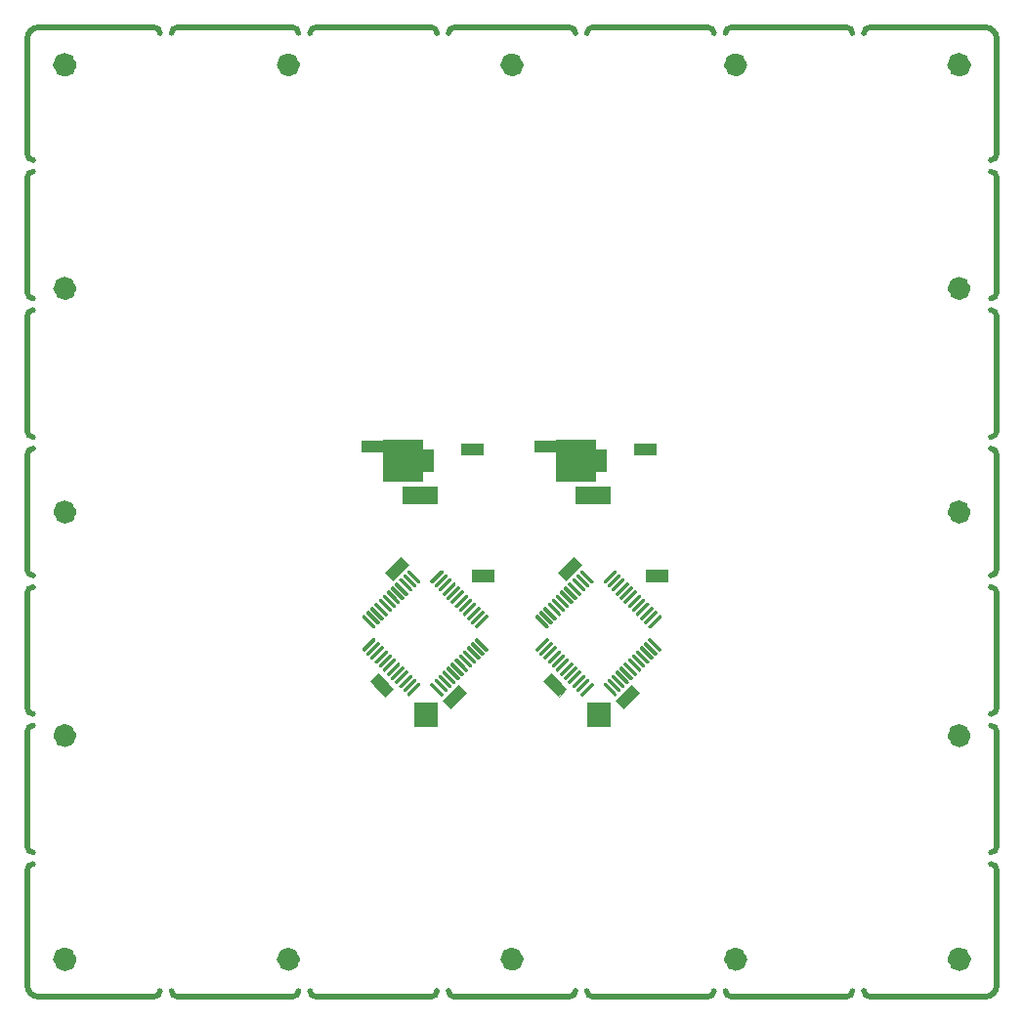
<source format=gbr>
G04 #@! TF.GenerationSoftware,KiCad,Pcbnew,5.1.7*
G04 #@! TF.CreationDate,2020-11-05T20:27:50+01:00*
G04 #@! TF.ProjectId,stencil,7374656e-6369-46c2-9e6b-696361645f70,rev?*
G04 #@! TF.SameCoordinates,Original*
G04 #@! TF.FileFunction,Paste,Bot*
G04 #@! TF.FilePolarity,Positive*
%FSLAX46Y46*%
G04 Gerber Fmt 4.6, Leading zero omitted, Abs format (unit mm)*
G04 Created by KiCad (PCBNEW 5.1.7) date 2020-11-05 20:27:50*
%MOMM*%
%LPD*%
G01*
G04 APERTURE LIST*
%ADD10C,0.100000*%
%ADD11C,1.050000*%
%ADD12C,1.000000*%
%ADD13C,0.500000*%
%ADD14R,0.900000X0.800000*%
%ADD15R,0.600000X0.400000*%
G04 APERTURE END LIST*
D10*
G36*
X57000000Y-87000000D02*
G01*
X55000000Y-87000000D01*
X55000000Y-85000000D01*
X57000000Y-85000000D01*
X57000000Y-87000000D01*
G37*
X57000000Y-87000000D02*
X55000000Y-87000000D01*
X55000000Y-85000000D01*
X57000000Y-85000000D01*
X57000000Y-87000000D01*
G36*
X61930000Y-74470000D02*
G01*
X60070000Y-74470000D01*
X60070000Y-73530000D01*
X61930000Y-73530000D01*
X61930000Y-74470000D01*
G37*
X61930000Y-74470000D02*
X60070000Y-74470000D01*
X60070000Y-73530000D01*
X61930000Y-73530000D01*
X61930000Y-74470000D01*
G36*
X52330000Y-63270000D02*
G01*
X50470000Y-63270000D01*
X50470000Y-62330000D01*
X52330000Y-62330000D01*
X52330000Y-63270000D01*
G37*
X52330000Y-63270000D02*
X50470000Y-63270000D01*
X50470000Y-62330000D01*
X52330000Y-62330000D01*
X52330000Y-63270000D01*
G36*
X55700000Y-65750000D02*
G01*
X52300000Y-65750000D01*
X52300000Y-62250000D01*
X55700000Y-62250000D01*
X55700000Y-65750000D01*
G37*
X55700000Y-65750000D02*
X52300000Y-65750000D01*
X52300000Y-62250000D01*
X55700000Y-62250000D01*
X55700000Y-65750000D01*
G36*
X60930000Y-63470000D02*
G01*
X59070000Y-63470000D01*
X59070000Y-62530000D01*
X60930000Y-62530000D01*
X60930000Y-63470000D01*
G37*
X60930000Y-63470000D02*
X59070000Y-63470000D01*
X59070000Y-62530000D01*
X60930000Y-62530000D01*
X60930000Y-63470000D01*
G36*
X56670000Y-64930000D02*
G01*
X55730000Y-64930000D01*
X55730000Y-63070000D01*
X56670000Y-63070000D01*
X56670000Y-64930000D01*
G37*
X56670000Y-64930000D02*
X55730000Y-64930000D01*
X55730000Y-63070000D01*
X56670000Y-63070000D01*
X56670000Y-64930000D01*
G36*
X59490000Y-84174700D02*
G01*
X58174700Y-85490000D01*
X57510100Y-84825300D01*
X58825300Y-83510100D01*
X59490000Y-84174700D01*
G37*
X59490000Y-84174700D02*
X58174700Y-85490000D01*
X57510100Y-84825300D01*
X58825300Y-83510100D01*
X59490000Y-84174700D01*
G36*
X54490000Y-73074700D02*
G01*
X53174700Y-74390000D01*
X52510100Y-73725300D01*
X53825300Y-72410100D01*
X54490000Y-73074700D01*
G37*
X54490000Y-73074700D02*
X53174700Y-74390000D01*
X52510100Y-73725300D01*
X53825300Y-72410100D01*
X54490000Y-73074700D01*
G36*
X53190000Y-83825300D02*
G01*
X52525300Y-84490000D01*
X51210100Y-83174700D01*
X51874700Y-82510100D01*
X53190000Y-83825300D01*
G37*
X53190000Y-83825300D02*
X52525300Y-84490000D01*
X51210100Y-83174700D01*
X51874700Y-82510100D01*
X53190000Y-83825300D01*
G36*
X56980000Y-67730000D02*
G01*
X54020000Y-67730000D01*
X54020000Y-66270000D01*
X56980000Y-66270000D01*
X56980000Y-67730000D01*
G37*
X56980000Y-67730000D02*
X54020000Y-67730000D01*
X54020000Y-66270000D01*
X56980000Y-66270000D01*
X56980000Y-67730000D01*
G36*
X72000000Y-87000000D02*
G01*
X70000000Y-87000000D01*
X70000000Y-85000000D01*
X72000000Y-85000000D01*
X72000000Y-87000000D01*
G37*
X72000000Y-87000000D02*
X70000000Y-87000000D01*
X70000000Y-85000000D01*
X72000000Y-85000000D01*
X72000000Y-87000000D01*
G36*
X76930000Y-74470000D02*
G01*
X75070000Y-74470000D01*
X75070000Y-73530000D01*
X76930000Y-73530000D01*
X76930000Y-74470000D01*
G37*
X76930000Y-74470000D02*
X75070000Y-74470000D01*
X75070000Y-73530000D01*
X76930000Y-73530000D01*
X76930000Y-74470000D01*
G36*
X67330000Y-63270000D02*
G01*
X65470000Y-63270000D01*
X65470000Y-62330000D01*
X67330000Y-62330000D01*
X67330000Y-63270000D01*
G37*
X67330000Y-63270000D02*
X65470000Y-63270000D01*
X65470000Y-62330000D01*
X67330000Y-62330000D01*
X67330000Y-63270000D01*
G36*
X70700000Y-65750000D02*
G01*
X67300000Y-65750000D01*
X67300000Y-62250000D01*
X70700000Y-62250000D01*
X70700000Y-65750000D01*
G37*
X70700000Y-65750000D02*
X67300000Y-65750000D01*
X67300000Y-62250000D01*
X70700000Y-62250000D01*
X70700000Y-65750000D01*
G36*
X75930000Y-63470000D02*
G01*
X74070000Y-63470000D01*
X74070000Y-62530000D01*
X75930000Y-62530000D01*
X75930000Y-63470000D01*
G37*
X75930000Y-63470000D02*
X74070000Y-63470000D01*
X74070000Y-62530000D01*
X75930000Y-62530000D01*
X75930000Y-63470000D01*
G36*
X71670000Y-64930000D02*
G01*
X70730000Y-64930000D01*
X70730000Y-63070000D01*
X71670000Y-63070000D01*
X71670000Y-64930000D01*
G37*
X71670000Y-64930000D02*
X70730000Y-64930000D01*
X70730000Y-63070000D01*
X71670000Y-63070000D01*
X71670000Y-64930000D01*
G36*
X74490000Y-84174700D02*
G01*
X73174700Y-85490000D01*
X72510100Y-84825300D01*
X73825300Y-83510100D01*
X74490000Y-84174700D01*
G37*
X74490000Y-84174700D02*
X73174700Y-85490000D01*
X72510100Y-84825300D01*
X73825300Y-83510100D01*
X74490000Y-84174700D01*
G36*
X69490000Y-73074700D02*
G01*
X68174700Y-74390000D01*
X67510100Y-73725300D01*
X68825300Y-72410100D01*
X69490000Y-73074700D01*
G37*
X69490000Y-73074700D02*
X68174700Y-74390000D01*
X67510100Y-73725300D01*
X68825300Y-72410100D01*
X69490000Y-73074700D01*
G36*
X68190000Y-83825300D02*
G01*
X67525300Y-84490000D01*
X66210100Y-83174700D01*
X66874700Y-82510100D01*
X68190000Y-83825300D01*
G37*
X68190000Y-83825300D02*
X67525300Y-84490000D01*
X66210100Y-83174700D01*
X66874700Y-82510100D01*
X68190000Y-83825300D01*
G36*
X71980000Y-67730000D02*
G01*
X69020000Y-67730000D01*
X69020000Y-66270000D01*
X71980000Y-66270000D01*
X71980000Y-67730000D01*
G37*
X71980000Y-67730000D02*
X69020000Y-67730000D01*
X69020000Y-66270000D01*
X71980000Y-66270000D01*
X71980000Y-67730000D01*
D11*
X25275109Y-107250031D02*
G75*
G03*
X25275109Y-107250031I-525000J0D01*
G01*
X102775109Y-107250031D02*
G75*
G03*
X102775109Y-107250031I-525000J0D01*
G01*
X102775109Y-29750031D02*
G75*
G03*
X102775109Y-29750031I-525000J0D01*
G01*
X25275109Y-29750031D02*
G75*
G03*
X25275109Y-29750031I-525000J0D01*
G01*
D12*
X102750109Y-87875031D02*
G75*
G03*
X102750109Y-87875031I-500000J0D01*
G01*
X25250109Y-87875031D02*
G75*
G03*
X25250109Y-87875031I-500000J0D01*
G01*
X102750109Y-68500031D02*
G75*
G03*
X102750109Y-68500031I-500000J0D01*
G01*
X25250109Y-68500031D02*
G75*
G03*
X25250109Y-68500031I-500000J0D01*
G01*
X102750109Y-49125031D02*
G75*
G03*
X102750109Y-49125031I-500000J0D01*
G01*
X25250109Y-49125031D02*
G75*
G03*
X25250109Y-49125031I-500000J0D01*
G01*
X83375109Y-107250031D02*
G75*
G03*
X83375109Y-107250031I-500000J0D01*
G01*
X83375109Y-29750031D02*
G75*
G03*
X83375109Y-29750031I-500000J0D01*
G01*
X64000109Y-107250031D02*
G75*
G03*
X64000109Y-107250031I-500000J0D01*
G01*
X64000109Y-29750031D02*
G75*
G03*
X64000109Y-29750031I-500000J0D01*
G01*
X44625109Y-107250031D02*
G75*
G03*
X44625109Y-107250031I-500000J0D01*
G01*
X44625109Y-29750031D02*
G75*
G03*
X44625109Y-29750031I-500000J0D01*
G01*
D13*
X105000109Y-99000031D02*
G75*
G02*
X105500109Y-99500031I0J-500000D01*
G01*
X105500109Y-99500031D02*
X105500109Y-109500031D01*
X22000109Y-99000031D02*
G75*
G03*
X21500109Y-99500031I0J-500000D01*
G01*
X21500109Y-99500031D02*
X21500109Y-109500031D01*
X105000109Y-98000031D02*
G75*
G03*
X105500109Y-97500031I0J500000D01*
G01*
X105000109Y-87000031D02*
G75*
G02*
X105500109Y-87500031I0J-500000D01*
G01*
X105500109Y-87500031D02*
X105500109Y-97500031D01*
X22000109Y-98000031D02*
G75*
G02*
X21500109Y-97500031I0J500000D01*
G01*
X22000109Y-87000031D02*
G75*
G03*
X21500109Y-87500031I0J-500000D01*
G01*
X21500109Y-87500031D02*
X21500109Y-97500031D01*
X105000109Y-86000031D02*
G75*
G03*
X105500109Y-85500031I0J500000D01*
G01*
X105000109Y-75000031D02*
G75*
G02*
X105500109Y-75500031I0J-500000D01*
G01*
X105500109Y-75500031D02*
X105500109Y-85500031D01*
X22000109Y-86000031D02*
G75*
G02*
X21500109Y-85500031I0J500000D01*
G01*
X22000109Y-75000031D02*
G75*
G03*
X21500109Y-75500031I0J-500000D01*
G01*
X21500109Y-75500031D02*
X21500109Y-85500031D01*
X105000109Y-74000031D02*
G75*
G03*
X105500109Y-73500031I0J500000D01*
G01*
X105000109Y-63000031D02*
G75*
G02*
X105500109Y-63500031I0J-500000D01*
G01*
X105500109Y-63500031D02*
X105500109Y-73500031D01*
X22000109Y-74000031D02*
G75*
G02*
X21500109Y-73500031I0J500000D01*
G01*
X22000109Y-63000031D02*
G75*
G03*
X21500109Y-63500031I0J-500000D01*
G01*
X21500109Y-63500031D02*
X21500109Y-73500031D01*
X105000109Y-62000031D02*
G75*
G03*
X105500109Y-61500031I0J500000D01*
G01*
X105000109Y-51000031D02*
G75*
G02*
X105500109Y-51500031I0J-500000D01*
G01*
X105500109Y-51500031D02*
X105500109Y-61500031D01*
X22000109Y-62000031D02*
G75*
G02*
X21500109Y-61500031I0J500000D01*
G01*
X22000109Y-51000031D02*
G75*
G03*
X21500109Y-51500031I0J-500000D01*
G01*
X21500109Y-51500031D02*
X21500109Y-61500031D01*
X105000109Y-50000031D02*
G75*
G03*
X105500109Y-49500031I0J500000D01*
G01*
X105000109Y-39000031D02*
G75*
G02*
X105500109Y-39500031I0J-500000D01*
G01*
X105500109Y-39500031D02*
X105500109Y-49500031D01*
X22000109Y-50000031D02*
G75*
G02*
X21500109Y-49500031I0J500000D01*
G01*
X22000109Y-39000031D02*
G75*
G03*
X21500109Y-39500031I0J-500000D01*
G01*
X21500109Y-39500031D02*
X21500109Y-49500031D01*
X105000109Y-38000031D02*
G75*
G03*
X105500109Y-37500031I0J500000D01*
G01*
X105500109Y-27500031D02*
X105500109Y-37500031D01*
X22000109Y-38000031D02*
G75*
G02*
X21500109Y-37500031I0J500000D01*
G01*
X21500109Y-27500031D02*
X21500109Y-37500031D01*
X94000109Y-110000031D02*
G75*
G03*
X94500109Y-110500031I500000J0D01*
G01*
X94500109Y-110500031D02*
X104500109Y-110500031D01*
X94000109Y-27000031D02*
G75*
G02*
X94500109Y-26500031I500000J0D01*
G01*
X94500109Y-26500031D02*
X104500109Y-26500031D01*
X93000109Y-110000031D02*
G75*
G02*
X92500109Y-110500031I-500000J0D01*
G01*
X82000109Y-110000031D02*
G75*
G03*
X82500109Y-110500031I500000J0D01*
G01*
X82500109Y-110500031D02*
X92500109Y-110500031D01*
X93000109Y-27000031D02*
G75*
G03*
X92500109Y-26500031I-500000J0D01*
G01*
X82000109Y-27000031D02*
G75*
G02*
X82500109Y-26500031I500000J0D01*
G01*
X82500109Y-26500031D02*
X92500109Y-26500031D01*
X81000109Y-110000031D02*
G75*
G02*
X80500109Y-110500031I-500000J0D01*
G01*
X70000109Y-110000031D02*
G75*
G03*
X70500109Y-110500031I500000J0D01*
G01*
X70500109Y-110500031D02*
X80500109Y-110500031D01*
X81000109Y-27000031D02*
G75*
G03*
X80500109Y-26500031I-500000J0D01*
G01*
X70000109Y-27000031D02*
G75*
G02*
X70500109Y-26500031I500000J0D01*
G01*
X70500109Y-26500031D02*
X80500109Y-26500031D01*
X69000109Y-110000031D02*
G75*
G02*
X68500109Y-110500031I-500000J0D01*
G01*
X58000109Y-110000031D02*
G75*
G03*
X58500109Y-110500031I500000J0D01*
G01*
X58500109Y-110500031D02*
X68500109Y-110500031D01*
X69000109Y-27000031D02*
G75*
G03*
X68500109Y-26500031I-500000J0D01*
G01*
X58000109Y-27000031D02*
G75*
G02*
X58500109Y-26500031I500000J0D01*
G01*
X58500109Y-26500031D02*
X68500109Y-26500031D01*
X57000109Y-110000031D02*
G75*
G02*
X56500109Y-110500031I-500000J0D01*
G01*
X46000109Y-110000031D02*
G75*
G03*
X46500109Y-110500031I500000J0D01*
G01*
X46500109Y-110500031D02*
X56500109Y-110500031D01*
X57000109Y-27000031D02*
G75*
G03*
X56500109Y-26500031I-500000J0D01*
G01*
X46000109Y-27000031D02*
G75*
G02*
X46500109Y-26500031I500000J0D01*
G01*
X46500109Y-26500031D02*
X56500109Y-26500031D01*
X45000109Y-110000031D02*
G75*
G02*
X44500109Y-110500031I-500000J0D01*
G01*
X34000109Y-110000031D02*
G75*
G03*
X34500109Y-110500031I500000J0D01*
G01*
X34500109Y-110500031D02*
X44500109Y-110500031D01*
X45000109Y-27000031D02*
G75*
G03*
X44500109Y-26500031I-500000J0D01*
G01*
X34000109Y-27000031D02*
G75*
G02*
X34500109Y-26500031I500000J0D01*
G01*
X34500109Y-26500031D02*
X44500109Y-26500031D01*
X33000109Y-110000031D02*
G75*
G02*
X32500109Y-110500031I-500000J0D01*
G01*
X22500109Y-110500031D02*
X32500109Y-110500031D01*
X33000109Y-27000031D02*
G75*
G03*
X32500109Y-26500031I-500000J0D01*
G01*
X22500109Y-26500031D02*
X32500109Y-26500031D01*
X22500109Y-110500031D02*
G75*
G02*
X21500109Y-109500031I0J1000000D01*
G01*
X105500109Y-109500031D02*
G75*
G02*
X104500109Y-110500031I-1000000J0D01*
G01*
X104500109Y-26500031D02*
G75*
G02*
X105500109Y-27500031I0J-1000000D01*
G01*
X21500109Y-27500031D02*
G75*
G02*
X22500109Y-26500031I1000000J0D01*
G01*
G04 #@! TO.C,C1*
G36*
G01*
X69275018Y-67256251D02*
X69275018Y-66743751D01*
G75*
G02*
X69493768Y-66525001I218750J0D01*
G01*
X69931268Y-66525001D01*
G75*
G02*
X70150018Y-66743751I0J-218750D01*
G01*
X70150018Y-67256251D01*
G75*
G02*
X69931268Y-67475001I-218750J0D01*
G01*
X69493768Y-67475001D01*
G75*
G02*
X69275018Y-67256251I0J218750D01*
G01*
G37*
G36*
G01*
X70850018Y-67256251D02*
X70850018Y-66743751D01*
G75*
G02*
X71068768Y-66525001I218750J0D01*
G01*
X71506268Y-66525001D01*
G75*
G02*
X71725018Y-66743751I0J-218750D01*
G01*
X71725018Y-67256251D01*
G75*
G02*
X71506268Y-67475001I-218750J0D01*
G01*
X71068768Y-67475001D01*
G75*
G02*
X70850018Y-67256251I0J218750D01*
G01*
G37*
G04 #@! TD*
G04 #@! TO.C,C2*
G36*
G01*
X66526499Y-83070434D02*
X66770451Y-82826482D01*
G75*
G02*
X66979047Y-82826482I104298J-104298D01*
G01*
X67187643Y-83035078D01*
G75*
G02*
X67187643Y-83243674I-104298J-104298D01*
G01*
X66943691Y-83487626D01*
G75*
G02*
X66735095Y-83487626I-104298J104298D01*
G01*
X66526499Y-83279030D01*
G75*
G02*
X66526499Y-83070434I104298J104298D01*
G01*
G37*
G36*
G01*
X67212393Y-83756328D02*
X67456345Y-83512376D01*
G75*
G02*
X67664941Y-83512376I104298J-104298D01*
G01*
X67873537Y-83720972D01*
G75*
G02*
X67873537Y-83929568I-104298J-104298D01*
G01*
X67629585Y-84173520D01*
G75*
G02*
X67420989Y-84173520I-104298J104298D01*
G01*
X67212393Y-83964924D01*
G75*
G02*
X67212393Y-83756328I104298J104298D01*
G01*
G37*
G04 #@! TD*
G04 #@! TO.C,C3*
G36*
G01*
X68243691Y-73412376D02*
X68487643Y-73656328D01*
G75*
G02*
X68487643Y-73864924I-104298J-104298D01*
G01*
X68279047Y-74073520D01*
G75*
G02*
X68070451Y-74073520I-104298J104298D01*
G01*
X67826499Y-73829568D01*
G75*
G02*
X67826499Y-73620972I104298J104298D01*
G01*
X68035095Y-73412376D01*
G75*
G02*
X68243691Y-73412376I104298J-104298D01*
G01*
G37*
G36*
G01*
X68929585Y-72726482D02*
X69173537Y-72970434D01*
G75*
G02*
X69173537Y-73179030I-104298J-104298D01*
G01*
X68964941Y-73387626D01*
G75*
G02*
X68756345Y-73387626I-104298J104298D01*
G01*
X68512393Y-73143674D01*
G75*
G02*
X68512393Y-72935078I104298J104298D01*
G01*
X68720989Y-72726482D01*
G75*
G02*
X68929585Y-72726482I104298J-104298D01*
G01*
G37*
G04 #@! TD*
G04 #@! TO.C,C5*
G36*
G01*
X73756345Y-84487626D02*
X73512393Y-84243674D01*
G75*
G02*
X73512393Y-84035078I104298J104298D01*
G01*
X73720989Y-83826482D01*
G75*
G02*
X73929585Y-83826482I104298J-104298D01*
G01*
X74173537Y-84070434D01*
G75*
G02*
X74173537Y-84279030I-104298J-104298D01*
G01*
X73964941Y-84487626D01*
G75*
G02*
X73756345Y-84487626I-104298J104298D01*
G01*
G37*
G36*
G01*
X73070451Y-85173520D02*
X72826499Y-84929568D01*
G75*
G02*
X72826499Y-84720972I104298J104298D01*
G01*
X73035095Y-84512376D01*
G75*
G02*
X73243691Y-84512376I104298J-104298D01*
G01*
X73487643Y-84756328D01*
G75*
G02*
X73487643Y-84964924I-104298J-104298D01*
G01*
X73279047Y-85173520D01*
G75*
G02*
X73070451Y-85173520I-104298J104298D01*
G01*
G37*
G04 #@! TD*
G04 #@! TO.C,C7*
G36*
G01*
X71372518Y-63810001D02*
X71027518Y-63810001D01*
G75*
G02*
X70880018Y-63662501I0J147500D01*
G01*
X70880018Y-63367501D01*
G75*
G02*
X71027518Y-63220001I147500J0D01*
G01*
X71372518Y-63220001D01*
G75*
G02*
X71520018Y-63367501I0J-147500D01*
G01*
X71520018Y-63662501D01*
G75*
G02*
X71372518Y-63810001I-147500J0D01*
G01*
G37*
G36*
G01*
X71372518Y-64780001D02*
X71027518Y-64780001D01*
G75*
G02*
X70880018Y-64632501I0J147500D01*
G01*
X70880018Y-64337501D01*
G75*
G02*
X71027518Y-64190001I147500J0D01*
G01*
X71372518Y-64190001D01*
G75*
G02*
X71520018Y-64337501I0J-147500D01*
G01*
X71520018Y-64632501D01*
G75*
G02*
X71372518Y-64780001I-147500J0D01*
G01*
G37*
G04 #@! TD*
G04 #@! TO.C,R1*
G36*
G01*
X74220018Y-63172501D02*
X74220018Y-62827501D01*
G75*
G02*
X74367518Y-62680001I147500J0D01*
G01*
X74662518Y-62680001D01*
G75*
G02*
X74810018Y-62827501I0J-147500D01*
G01*
X74810018Y-63172501D01*
G75*
G02*
X74662518Y-63320001I-147500J0D01*
G01*
X74367518Y-63320001D01*
G75*
G02*
X74220018Y-63172501I0J147500D01*
G01*
G37*
G36*
G01*
X75190018Y-63172501D02*
X75190018Y-62827501D01*
G75*
G02*
X75337518Y-62680001I147500J0D01*
G01*
X75632518Y-62680001D01*
G75*
G02*
X75780018Y-62827501I0J-147500D01*
G01*
X75780018Y-63172501D01*
G75*
G02*
X75632518Y-63320001I-147500J0D01*
G01*
X75337518Y-63320001D01*
G75*
G02*
X75190018Y-63172501I0J147500D01*
G01*
G37*
G04 #@! TD*
D14*
G04 #@! TO.C,U1*
X68000018Y-64000001D03*
X70000018Y-64950001D03*
X70000018Y-63050001D03*
G04 #@! TD*
G04 #@! TO.C,U2*
G36*
G01*
X69532772Y-84462401D02*
X69426706Y-84356335D01*
G75*
G02*
X69426706Y-84250269I53033J53033D01*
G01*
X70363622Y-83313353D01*
G75*
G02*
X70469688Y-83313353I53033J-53033D01*
G01*
X70575754Y-83419419D01*
G75*
G02*
X70575754Y-83525485I-53033J-53033D01*
G01*
X69638838Y-84462401D01*
G75*
G02*
X69532772Y-84462401I-53033J53033D01*
G01*
G37*
G36*
G01*
X69179218Y-84108847D02*
X69073152Y-84002781D01*
G75*
G02*
X69073152Y-83896715I53033J53033D01*
G01*
X70010068Y-82959799D01*
G75*
G02*
X70116134Y-82959799I53033J-53033D01*
G01*
X70222200Y-83065865D01*
G75*
G02*
X70222200Y-83171931I-53033J-53033D01*
G01*
X69285284Y-84108847D01*
G75*
G02*
X69179218Y-84108847I-53033J53033D01*
G01*
G37*
G36*
G01*
X68825665Y-83755294D02*
X68719599Y-83649228D01*
G75*
G02*
X68719599Y-83543162I53033J53033D01*
G01*
X69656515Y-82606246D01*
G75*
G02*
X69762581Y-82606246I53033J-53033D01*
G01*
X69868647Y-82712312D01*
G75*
G02*
X69868647Y-82818378I-53033J-53033D01*
G01*
X68931731Y-83755294D01*
G75*
G02*
X68825665Y-83755294I-53033J53033D01*
G01*
G37*
G36*
G01*
X68472111Y-83401740D02*
X68366045Y-83295674D01*
G75*
G02*
X68366045Y-83189608I53033J53033D01*
G01*
X69302961Y-82252692D01*
G75*
G02*
X69409027Y-82252692I53033J-53033D01*
G01*
X69515093Y-82358758D01*
G75*
G02*
X69515093Y-82464824I-53033J-53033D01*
G01*
X68578177Y-83401740D01*
G75*
G02*
X68472111Y-83401740I-53033J53033D01*
G01*
G37*
G36*
G01*
X68118558Y-83048187D02*
X68012492Y-82942121D01*
G75*
G02*
X68012492Y-82836055I53033J53033D01*
G01*
X68949408Y-81899139D01*
G75*
G02*
X69055474Y-81899139I53033J-53033D01*
G01*
X69161540Y-82005205D01*
G75*
G02*
X69161540Y-82111271I-53033J-53033D01*
G01*
X68224624Y-83048187D01*
G75*
G02*
X68118558Y-83048187I-53033J53033D01*
G01*
G37*
G36*
G01*
X67765005Y-82694634D02*
X67658939Y-82588568D01*
G75*
G02*
X67658939Y-82482502I53033J53033D01*
G01*
X68595855Y-81545586D01*
G75*
G02*
X68701921Y-81545586I53033J-53033D01*
G01*
X68807987Y-81651652D01*
G75*
G02*
X68807987Y-81757718I-53033J-53033D01*
G01*
X67871071Y-82694634D01*
G75*
G02*
X67765005Y-82694634I-53033J53033D01*
G01*
G37*
G36*
G01*
X67411451Y-82341080D02*
X67305385Y-82235014D01*
G75*
G02*
X67305385Y-82128948I53033J53033D01*
G01*
X68242301Y-81192032D01*
G75*
G02*
X68348367Y-81192032I53033J-53033D01*
G01*
X68454433Y-81298098D01*
G75*
G02*
X68454433Y-81404164I-53033J-53033D01*
G01*
X67517517Y-82341080D01*
G75*
G02*
X67411451Y-82341080I-53033J53033D01*
G01*
G37*
G36*
G01*
X67057898Y-81987527D02*
X66951832Y-81881461D01*
G75*
G02*
X66951832Y-81775395I53033J53033D01*
G01*
X67888748Y-80838479D01*
G75*
G02*
X67994814Y-80838479I53033J-53033D01*
G01*
X68100880Y-80944545D01*
G75*
G02*
X68100880Y-81050611I-53033J-53033D01*
G01*
X67163964Y-81987527D01*
G75*
G02*
X67057898Y-81987527I-53033J53033D01*
G01*
G37*
G36*
G01*
X66704345Y-81633974D02*
X66598279Y-81527908D01*
G75*
G02*
X66598279Y-81421842I53033J53033D01*
G01*
X67535195Y-80484926D01*
G75*
G02*
X67641261Y-80484926I53033J-53033D01*
G01*
X67747327Y-80590992D01*
G75*
G02*
X67747327Y-80697058I-53033J-53033D01*
G01*
X66810411Y-81633974D01*
G75*
G02*
X66704345Y-81633974I-53033J53033D01*
G01*
G37*
G36*
G01*
X66350791Y-81280420D02*
X66244725Y-81174354D01*
G75*
G02*
X66244725Y-81068288I53033J53033D01*
G01*
X67181641Y-80131372D01*
G75*
G02*
X67287707Y-80131372I53033J-53033D01*
G01*
X67393773Y-80237438D01*
G75*
G02*
X67393773Y-80343504I-53033J-53033D01*
G01*
X66456857Y-81280420D01*
G75*
G02*
X66350791Y-81280420I-53033J53033D01*
G01*
G37*
G36*
G01*
X65997238Y-80926867D02*
X65891172Y-80820801D01*
G75*
G02*
X65891172Y-80714735I53033J53033D01*
G01*
X66828088Y-79777819D01*
G75*
G02*
X66934154Y-79777819I53033J-53033D01*
G01*
X67040220Y-79883885D01*
G75*
G02*
X67040220Y-79989951I-53033J-53033D01*
G01*
X66103304Y-80926867D01*
G75*
G02*
X65997238Y-80926867I-53033J53033D01*
G01*
G37*
G36*
G01*
X65643684Y-80573313D02*
X65537618Y-80467247D01*
G75*
G02*
X65537618Y-80361181I53033J53033D01*
G01*
X66474534Y-79424265D01*
G75*
G02*
X66580600Y-79424265I53033J-53033D01*
G01*
X66686666Y-79530331D01*
G75*
G02*
X66686666Y-79636397I-53033J-53033D01*
G01*
X65749750Y-80573313D01*
G75*
G02*
X65643684Y-80573313I-53033J53033D01*
G01*
G37*
G36*
G01*
X66474534Y-78575737D02*
X65537618Y-77638821D01*
G75*
G02*
X65537618Y-77532755I53033J53033D01*
G01*
X65643684Y-77426689D01*
G75*
G02*
X65749750Y-77426689I53033J-53033D01*
G01*
X66686666Y-78363605D01*
G75*
G02*
X66686666Y-78469671I-53033J-53033D01*
G01*
X66580600Y-78575737D01*
G75*
G02*
X66474534Y-78575737I-53033J53033D01*
G01*
G37*
G36*
G01*
X66828088Y-78222183D02*
X65891172Y-77285267D01*
G75*
G02*
X65891172Y-77179201I53033J53033D01*
G01*
X65997238Y-77073135D01*
G75*
G02*
X66103304Y-77073135I53033J-53033D01*
G01*
X67040220Y-78010051D01*
G75*
G02*
X67040220Y-78116117I-53033J-53033D01*
G01*
X66934154Y-78222183D01*
G75*
G02*
X66828088Y-78222183I-53033J53033D01*
G01*
G37*
G36*
G01*
X67181641Y-77868630D02*
X66244725Y-76931714D01*
G75*
G02*
X66244725Y-76825648I53033J53033D01*
G01*
X66350791Y-76719582D01*
G75*
G02*
X66456857Y-76719582I53033J-53033D01*
G01*
X67393773Y-77656498D01*
G75*
G02*
X67393773Y-77762564I-53033J-53033D01*
G01*
X67287707Y-77868630D01*
G75*
G02*
X67181641Y-77868630I-53033J53033D01*
G01*
G37*
G36*
G01*
X67535195Y-77515076D02*
X66598279Y-76578160D01*
G75*
G02*
X66598279Y-76472094I53033J53033D01*
G01*
X66704345Y-76366028D01*
G75*
G02*
X66810411Y-76366028I53033J-53033D01*
G01*
X67747327Y-77302944D01*
G75*
G02*
X67747327Y-77409010I-53033J-53033D01*
G01*
X67641261Y-77515076D01*
G75*
G02*
X67535195Y-77515076I-53033J53033D01*
G01*
G37*
G36*
G01*
X67888748Y-77161523D02*
X66951832Y-76224607D01*
G75*
G02*
X66951832Y-76118541I53033J53033D01*
G01*
X67057898Y-76012475D01*
G75*
G02*
X67163964Y-76012475I53033J-53033D01*
G01*
X68100880Y-76949391D01*
G75*
G02*
X68100880Y-77055457I-53033J-53033D01*
G01*
X67994814Y-77161523D01*
G75*
G02*
X67888748Y-77161523I-53033J53033D01*
G01*
G37*
G36*
G01*
X68242301Y-76807970D02*
X67305385Y-75871054D01*
G75*
G02*
X67305385Y-75764988I53033J53033D01*
G01*
X67411451Y-75658922D01*
G75*
G02*
X67517517Y-75658922I53033J-53033D01*
G01*
X68454433Y-76595838D01*
G75*
G02*
X68454433Y-76701904I-53033J-53033D01*
G01*
X68348367Y-76807970D01*
G75*
G02*
X68242301Y-76807970I-53033J53033D01*
G01*
G37*
G36*
G01*
X68595855Y-76454416D02*
X67658939Y-75517500D01*
G75*
G02*
X67658939Y-75411434I53033J53033D01*
G01*
X67765005Y-75305368D01*
G75*
G02*
X67871071Y-75305368I53033J-53033D01*
G01*
X68807987Y-76242284D01*
G75*
G02*
X68807987Y-76348350I-53033J-53033D01*
G01*
X68701921Y-76454416D01*
G75*
G02*
X68595855Y-76454416I-53033J53033D01*
G01*
G37*
G36*
G01*
X68949408Y-76100863D02*
X68012492Y-75163947D01*
G75*
G02*
X68012492Y-75057881I53033J53033D01*
G01*
X68118558Y-74951815D01*
G75*
G02*
X68224624Y-74951815I53033J-53033D01*
G01*
X69161540Y-75888731D01*
G75*
G02*
X69161540Y-75994797I-53033J-53033D01*
G01*
X69055474Y-76100863D01*
G75*
G02*
X68949408Y-76100863I-53033J53033D01*
G01*
G37*
G36*
G01*
X69302961Y-75747310D02*
X68366045Y-74810394D01*
G75*
G02*
X68366045Y-74704328I53033J53033D01*
G01*
X68472111Y-74598262D01*
G75*
G02*
X68578177Y-74598262I53033J-53033D01*
G01*
X69515093Y-75535178D01*
G75*
G02*
X69515093Y-75641244I-53033J-53033D01*
G01*
X69409027Y-75747310D01*
G75*
G02*
X69302961Y-75747310I-53033J53033D01*
G01*
G37*
G36*
G01*
X69656515Y-75393756D02*
X68719599Y-74456840D01*
G75*
G02*
X68719599Y-74350774I53033J53033D01*
G01*
X68825665Y-74244708D01*
G75*
G02*
X68931731Y-74244708I53033J-53033D01*
G01*
X69868647Y-75181624D01*
G75*
G02*
X69868647Y-75287690I-53033J-53033D01*
G01*
X69762581Y-75393756D01*
G75*
G02*
X69656515Y-75393756I-53033J53033D01*
G01*
G37*
G36*
G01*
X70010068Y-75040203D02*
X69073152Y-74103287D01*
G75*
G02*
X69073152Y-73997221I53033J53033D01*
G01*
X69179218Y-73891155D01*
G75*
G02*
X69285284Y-73891155I53033J-53033D01*
G01*
X70222200Y-74828071D01*
G75*
G02*
X70222200Y-74934137I-53033J-53033D01*
G01*
X70116134Y-75040203D01*
G75*
G02*
X70010068Y-75040203I-53033J53033D01*
G01*
G37*
G36*
G01*
X70363622Y-74686649D02*
X69426706Y-73749733D01*
G75*
G02*
X69426706Y-73643667I53033J53033D01*
G01*
X69532772Y-73537601D01*
G75*
G02*
X69638838Y-73537601I53033J-53033D01*
G01*
X70575754Y-74474517D01*
G75*
G02*
X70575754Y-74580583I-53033J-53033D01*
G01*
X70469688Y-74686649D01*
G75*
G02*
X70363622Y-74686649I-53033J53033D01*
G01*
G37*
G36*
G01*
X71530348Y-74686649D02*
X71424282Y-74580583D01*
G75*
G02*
X71424282Y-74474517I53033J53033D01*
G01*
X72361198Y-73537601D01*
G75*
G02*
X72467264Y-73537601I53033J-53033D01*
G01*
X72573330Y-73643667D01*
G75*
G02*
X72573330Y-73749733I-53033J-53033D01*
G01*
X71636414Y-74686649D01*
G75*
G02*
X71530348Y-74686649I-53033J53033D01*
G01*
G37*
G36*
G01*
X71883902Y-75040203D02*
X71777836Y-74934137D01*
G75*
G02*
X71777836Y-74828071I53033J53033D01*
G01*
X72714752Y-73891155D01*
G75*
G02*
X72820818Y-73891155I53033J-53033D01*
G01*
X72926884Y-73997221D01*
G75*
G02*
X72926884Y-74103287I-53033J-53033D01*
G01*
X71989968Y-75040203D01*
G75*
G02*
X71883902Y-75040203I-53033J53033D01*
G01*
G37*
G36*
G01*
X72237455Y-75393756D02*
X72131389Y-75287690D01*
G75*
G02*
X72131389Y-75181624I53033J53033D01*
G01*
X73068305Y-74244708D01*
G75*
G02*
X73174371Y-74244708I53033J-53033D01*
G01*
X73280437Y-74350774D01*
G75*
G02*
X73280437Y-74456840I-53033J-53033D01*
G01*
X72343521Y-75393756D01*
G75*
G02*
X72237455Y-75393756I-53033J53033D01*
G01*
G37*
G36*
G01*
X72591009Y-75747310D02*
X72484943Y-75641244D01*
G75*
G02*
X72484943Y-75535178I53033J53033D01*
G01*
X73421859Y-74598262D01*
G75*
G02*
X73527925Y-74598262I53033J-53033D01*
G01*
X73633991Y-74704328D01*
G75*
G02*
X73633991Y-74810394I-53033J-53033D01*
G01*
X72697075Y-75747310D01*
G75*
G02*
X72591009Y-75747310I-53033J53033D01*
G01*
G37*
G36*
G01*
X72944562Y-76100863D02*
X72838496Y-75994797D01*
G75*
G02*
X72838496Y-75888731I53033J53033D01*
G01*
X73775412Y-74951815D01*
G75*
G02*
X73881478Y-74951815I53033J-53033D01*
G01*
X73987544Y-75057881D01*
G75*
G02*
X73987544Y-75163947I-53033J-53033D01*
G01*
X73050628Y-76100863D01*
G75*
G02*
X72944562Y-76100863I-53033J53033D01*
G01*
G37*
G36*
G01*
X73298115Y-76454416D02*
X73192049Y-76348350D01*
G75*
G02*
X73192049Y-76242284I53033J53033D01*
G01*
X74128965Y-75305368D01*
G75*
G02*
X74235031Y-75305368I53033J-53033D01*
G01*
X74341097Y-75411434D01*
G75*
G02*
X74341097Y-75517500I-53033J-53033D01*
G01*
X73404181Y-76454416D01*
G75*
G02*
X73298115Y-76454416I-53033J53033D01*
G01*
G37*
G36*
G01*
X73651669Y-76807970D02*
X73545603Y-76701904D01*
G75*
G02*
X73545603Y-76595838I53033J53033D01*
G01*
X74482519Y-75658922D01*
G75*
G02*
X74588585Y-75658922I53033J-53033D01*
G01*
X74694651Y-75764988D01*
G75*
G02*
X74694651Y-75871054I-53033J-53033D01*
G01*
X73757735Y-76807970D01*
G75*
G02*
X73651669Y-76807970I-53033J53033D01*
G01*
G37*
G36*
G01*
X74005222Y-77161523D02*
X73899156Y-77055457D01*
G75*
G02*
X73899156Y-76949391I53033J53033D01*
G01*
X74836072Y-76012475D01*
G75*
G02*
X74942138Y-76012475I53033J-53033D01*
G01*
X75048204Y-76118541D01*
G75*
G02*
X75048204Y-76224607I-53033J-53033D01*
G01*
X74111288Y-77161523D01*
G75*
G02*
X74005222Y-77161523I-53033J53033D01*
G01*
G37*
G36*
G01*
X74358775Y-77515076D02*
X74252709Y-77409010D01*
G75*
G02*
X74252709Y-77302944I53033J53033D01*
G01*
X75189625Y-76366028D01*
G75*
G02*
X75295691Y-76366028I53033J-53033D01*
G01*
X75401757Y-76472094D01*
G75*
G02*
X75401757Y-76578160I-53033J-53033D01*
G01*
X74464841Y-77515076D01*
G75*
G02*
X74358775Y-77515076I-53033J53033D01*
G01*
G37*
G36*
G01*
X74712329Y-77868630D02*
X74606263Y-77762564D01*
G75*
G02*
X74606263Y-77656498I53033J53033D01*
G01*
X75543179Y-76719582D01*
G75*
G02*
X75649245Y-76719582I53033J-53033D01*
G01*
X75755311Y-76825648D01*
G75*
G02*
X75755311Y-76931714I-53033J-53033D01*
G01*
X74818395Y-77868630D01*
G75*
G02*
X74712329Y-77868630I-53033J53033D01*
G01*
G37*
G36*
G01*
X75065882Y-78222183D02*
X74959816Y-78116117D01*
G75*
G02*
X74959816Y-78010051I53033J53033D01*
G01*
X75896732Y-77073135D01*
G75*
G02*
X76002798Y-77073135I53033J-53033D01*
G01*
X76108864Y-77179201D01*
G75*
G02*
X76108864Y-77285267I-53033J-53033D01*
G01*
X75171948Y-78222183D01*
G75*
G02*
X75065882Y-78222183I-53033J53033D01*
G01*
G37*
G36*
G01*
X75419436Y-78575737D02*
X75313370Y-78469671D01*
G75*
G02*
X75313370Y-78363605I53033J53033D01*
G01*
X76250286Y-77426689D01*
G75*
G02*
X76356352Y-77426689I53033J-53033D01*
G01*
X76462418Y-77532755D01*
G75*
G02*
X76462418Y-77638821I-53033J-53033D01*
G01*
X75525502Y-78575737D01*
G75*
G02*
X75419436Y-78575737I-53033J53033D01*
G01*
G37*
G36*
G01*
X76250286Y-80573313D02*
X75313370Y-79636397D01*
G75*
G02*
X75313370Y-79530331I53033J53033D01*
G01*
X75419436Y-79424265D01*
G75*
G02*
X75525502Y-79424265I53033J-53033D01*
G01*
X76462418Y-80361181D01*
G75*
G02*
X76462418Y-80467247I-53033J-53033D01*
G01*
X76356352Y-80573313D01*
G75*
G02*
X76250286Y-80573313I-53033J53033D01*
G01*
G37*
G36*
G01*
X75896732Y-80926867D02*
X74959816Y-79989951D01*
G75*
G02*
X74959816Y-79883885I53033J53033D01*
G01*
X75065882Y-79777819D01*
G75*
G02*
X75171948Y-79777819I53033J-53033D01*
G01*
X76108864Y-80714735D01*
G75*
G02*
X76108864Y-80820801I-53033J-53033D01*
G01*
X76002798Y-80926867D01*
G75*
G02*
X75896732Y-80926867I-53033J53033D01*
G01*
G37*
G36*
G01*
X75543179Y-81280420D02*
X74606263Y-80343504D01*
G75*
G02*
X74606263Y-80237438I53033J53033D01*
G01*
X74712329Y-80131372D01*
G75*
G02*
X74818395Y-80131372I53033J-53033D01*
G01*
X75755311Y-81068288D01*
G75*
G02*
X75755311Y-81174354I-53033J-53033D01*
G01*
X75649245Y-81280420D01*
G75*
G02*
X75543179Y-81280420I-53033J53033D01*
G01*
G37*
G36*
G01*
X75189625Y-81633974D02*
X74252709Y-80697058D01*
G75*
G02*
X74252709Y-80590992I53033J53033D01*
G01*
X74358775Y-80484926D01*
G75*
G02*
X74464841Y-80484926I53033J-53033D01*
G01*
X75401757Y-81421842D01*
G75*
G02*
X75401757Y-81527908I-53033J-53033D01*
G01*
X75295691Y-81633974D01*
G75*
G02*
X75189625Y-81633974I-53033J53033D01*
G01*
G37*
G36*
G01*
X74836072Y-81987527D02*
X73899156Y-81050611D01*
G75*
G02*
X73899156Y-80944545I53033J53033D01*
G01*
X74005222Y-80838479D01*
G75*
G02*
X74111288Y-80838479I53033J-53033D01*
G01*
X75048204Y-81775395D01*
G75*
G02*
X75048204Y-81881461I-53033J-53033D01*
G01*
X74942138Y-81987527D01*
G75*
G02*
X74836072Y-81987527I-53033J53033D01*
G01*
G37*
G36*
G01*
X74482519Y-82341080D02*
X73545603Y-81404164D01*
G75*
G02*
X73545603Y-81298098I53033J53033D01*
G01*
X73651669Y-81192032D01*
G75*
G02*
X73757735Y-81192032I53033J-53033D01*
G01*
X74694651Y-82128948D01*
G75*
G02*
X74694651Y-82235014I-53033J-53033D01*
G01*
X74588585Y-82341080D01*
G75*
G02*
X74482519Y-82341080I-53033J53033D01*
G01*
G37*
G36*
G01*
X74128965Y-82694634D02*
X73192049Y-81757718D01*
G75*
G02*
X73192049Y-81651652I53033J53033D01*
G01*
X73298115Y-81545586D01*
G75*
G02*
X73404181Y-81545586I53033J-53033D01*
G01*
X74341097Y-82482502D01*
G75*
G02*
X74341097Y-82588568I-53033J-53033D01*
G01*
X74235031Y-82694634D01*
G75*
G02*
X74128965Y-82694634I-53033J53033D01*
G01*
G37*
G36*
G01*
X73775412Y-83048187D02*
X72838496Y-82111271D01*
G75*
G02*
X72838496Y-82005205I53033J53033D01*
G01*
X72944562Y-81899139D01*
G75*
G02*
X73050628Y-81899139I53033J-53033D01*
G01*
X73987544Y-82836055D01*
G75*
G02*
X73987544Y-82942121I-53033J-53033D01*
G01*
X73881478Y-83048187D01*
G75*
G02*
X73775412Y-83048187I-53033J53033D01*
G01*
G37*
G36*
G01*
X73421859Y-83401740D02*
X72484943Y-82464824D01*
G75*
G02*
X72484943Y-82358758I53033J53033D01*
G01*
X72591009Y-82252692D01*
G75*
G02*
X72697075Y-82252692I53033J-53033D01*
G01*
X73633991Y-83189608D01*
G75*
G02*
X73633991Y-83295674I-53033J-53033D01*
G01*
X73527925Y-83401740D01*
G75*
G02*
X73421859Y-83401740I-53033J53033D01*
G01*
G37*
G36*
G01*
X73068305Y-83755294D02*
X72131389Y-82818378D01*
G75*
G02*
X72131389Y-82712312I53033J53033D01*
G01*
X72237455Y-82606246D01*
G75*
G02*
X72343521Y-82606246I53033J-53033D01*
G01*
X73280437Y-83543162D01*
G75*
G02*
X73280437Y-83649228I-53033J-53033D01*
G01*
X73174371Y-83755294D01*
G75*
G02*
X73068305Y-83755294I-53033J53033D01*
G01*
G37*
G36*
G01*
X72714752Y-84108847D02*
X71777836Y-83171931D01*
G75*
G02*
X71777836Y-83065865I53033J53033D01*
G01*
X71883902Y-82959799D01*
G75*
G02*
X71989968Y-82959799I53033J-53033D01*
G01*
X72926884Y-83896715D01*
G75*
G02*
X72926884Y-84002781I-53033J-53033D01*
G01*
X72820818Y-84108847D01*
G75*
G02*
X72714752Y-84108847I-53033J53033D01*
G01*
G37*
G36*
G01*
X72361198Y-84462401D02*
X71424282Y-83525485D01*
G75*
G02*
X71424282Y-83419419I53033J53033D01*
G01*
X71530348Y-83313353D01*
G75*
G02*
X71636414Y-83313353I53033J-53033D01*
G01*
X72573330Y-84250269D01*
G75*
G02*
X72573330Y-84356335I-53033J-53033D01*
G01*
X72467264Y-84462401D01*
G75*
G02*
X72361198Y-84462401I-53033J53033D01*
G01*
G37*
G04 #@! TD*
G04 #@! TO.C,C6*
G36*
G01*
X65620018Y-62972501D02*
X65620018Y-62627501D01*
G75*
G02*
X65767518Y-62480001I147500J0D01*
G01*
X66062518Y-62480001D01*
G75*
G02*
X66210018Y-62627501I0J-147500D01*
G01*
X66210018Y-62972501D01*
G75*
G02*
X66062518Y-63120001I-147500J0D01*
G01*
X65767518Y-63120001D01*
G75*
G02*
X65620018Y-62972501I0J147500D01*
G01*
G37*
G36*
G01*
X66590018Y-62972501D02*
X66590018Y-62627501D01*
G75*
G02*
X66737518Y-62480001I147500J0D01*
G01*
X67032518Y-62480001D01*
G75*
G02*
X67180018Y-62627501I0J-147500D01*
G01*
X67180018Y-62972501D01*
G75*
G02*
X67032518Y-63120001I-147500J0D01*
G01*
X66737518Y-63120001D01*
G75*
G02*
X66590018Y-62972501I0J147500D01*
G01*
G37*
G04 #@! TD*
G04 #@! TO.C,C4*
G36*
G01*
X76780018Y-73827501D02*
X76780018Y-74172501D01*
G75*
G02*
X76632518Y-74320001I-147500J0D01*
G01*
X76337518Y-74320001D01*
G75*
G02*
X76190018Y-74172501I0J147500D01*
G01*
X76190018Y-73827501D01*
G75*
G02*
X76337518Y-73680001I147500J0D01*
G01*
X76632518Y-73680001D01*
G75*
G02*
X76780018Y-73827501I0J-147500D01*
G01*
G37*
G36*
G01*
X75810018Y-73827501D02*
X75810018Y-74172501D01*
G75*
G02*
X75662518Y-74320001I-147500J0D01*
G01*
X75367518Y-74320001D01*
G75*
G02*
X75220018Y-74172501I0J147500D01*
G01*
X75220018Y-73827501D01*
G75*
G02*
X75367518Y-73680001I147500J0D01*
G01*
X75662518Y-73680001D01*
G75*
G02*
X75810018Y-73827501I0J-147500D01*
G01*
G37*
G04 #@! TD*
D15*
G04 #@! TO.C,D1*
X70350018Y-86400001D03*
X71650018Y-86400001D03*
X71650018Y-85600001D03*
X70350018Y-85600001D03*
G04 #@! TD*
G04 #@! TO.C,C1*
G36*
G01*
X54275001Y-67256251D02*
X54275001Y-66743751D01*
G75*
G02*
X54493751Y-66525001I218750J0D01*
G01*
X54931251Y-66525001D01*
G75*
G02*
X55150001Y-66743751I0J-218750D01*
G01*
X55150001Y-67256251D01*
G75*
G02*
X54931251Y-67475001I-218750J0D01*
G01*
X54493751Y-67475001D01*
G75*
G02*
X54275001Y-67256251I0J218750D01*
G01*
G37*
G36*
G01*
X55850001Y-67256251D02*
X55850001Y-66743751D01*
G75*
G02*
X56068751Y-66525001I218750J0D01*
G01*
X56506251Y-66525001D01*
G75*
G02*
X56725001Y-66743751I0J-218750D01*
G01*
X56725001Y-67256251D01*
G75*
G02*
X56506251Y-67475001I-218750J0D01*
G01*
X56068751Y-67475001D01*
G75*
G02*
X55850001Y-67256251I0J218750D01*
G01*
G37*
G04 #@! TD*
G04 #@! TO.C,C2*
G36*
G01*
X51526482Y-83070434D02*
X51770434Y-82826482D01*
G75*
G02*
X51979030Y-82826482I104298J-104298D01*
G01*
X52187626Y-83035078D01*
G75*
G02*
X52187626Y-83243674I-104298J-104298D01*
G01*
X51943674Y-83487626D01*
G75*
G02*
X51735078Y-83487626I-104298J104298D01*
G01*
X51526482Y-83279030D01*
G75*
G02*
X51526482Y-83070434I104298J104298D01*
G01*
G37*
G36*
G01*
X52212376Y-83756328D02*
X52456328Y-83512376D01*
G75*
G02*
X52664924Y-83512376I104298J-104298D01*
G01*
X52873520Y-83720972D01*
G75*
G02*
X52873520Y-83929568I-104298J-104298D01*
G01*
X52629568Y-84173520D01*
G75*
G02*
X52420972Y-84173520I-104298J104298D01*
G01*
X52212376Y-83964924D01*
G75*
G02*
X52212376Y-83756328I104298J104298D01*
G01*
G37*
G04 #@! TD*
G04 #@! TO.C,C3*
G36*
G01*
X53243674Y-73412376D02*
X53487626Y-73656328D01*
G75*
G02*
X53487626Y-73864924I-104298J-104298D01*
G01*
X53279030Y-74073520D01*
G75*
G02*
X53070434Y-74073520I-104298J104298D01*
G01*
X52826482Y-73829568D01*
G75*
G02*
X52826482Y-73620972I104298J104298D01*
G01*
X53035078Y-73412376D01*
G75*
G02*
X53243674Y-73412376I104298J-104298D01*
G01*
G37*
G36*
G01*
X53929568Y-72726482D02*
X54173520Y-72970434D01*
G75*
G02*
X54173520Y-73179030I-104298J-104298D01*
G01*
X53964924Y-73387626D01*
G75*
G02*
X53756328Y-73387626I-104298J104298D01*
G01*
X53512376Y-73143674D01*
G75*
G02*
X53512376Y-72935078I104298J104298D01*
G01*
X53720972Y-72726482D01*
G75*
G02*
X53929568Y-72726482I104298J-104298D01*
G01*
G37*
G04 #@! TD*
G04 #@! TO.C,C5*
G36*
G01*
X58756328Y-84487626D02*
X58512376Y-84243674D01*
G75*
G02*
X58512376Y-84035078I104298J104298D01*
G01*
X58720972Y-83826482D01*
G75*
G02*
X58929568Y-83826482I104298J-104298D01*
G01*
X59173520Y-84070434D01*
G75*
G02*
X59173520Y-84279030I-104298J-104298D01*
G01*
X58964924Y-84487626D01*
G75*
G02*
X58756328Y-84487626I-104298J104298D01*
G01*
G37*
G36*
G01*
X58070434Y-85173520D02*
X57826482Y-84929568D01*
G75*
G02*
X57826482Y-84720972I104298J104298D01*
G01*
X58035078Y-84512376D01*
G75*
G02*
X58243674Y-84512376I104298J-104298D01*
G01*
X58487626Y-84756328D01*
G75*
G02*
X58487626Y-84964924I-104298J-104298D01*
G01*
X58279030Y-85173520D01*
G75*
G02*
X58070434Y-85173520I-104298J104298D01*
G01*
G37*
G04 #@! TD*
G04 #@! TO.C,C7*
G36*
G01*
X56372501Y-63810001D02*
X56027501Y-63810001D01*
G75*
G02*
X55880001Y-63662501I0J147500D01*
G01*
X55880001Y-63367501D01*
G75*
G02*
X56027501Y-63220001I147500J0D01*
G01*
X56372501Y-63220001D01*
G75*
G02*
X56520001Y-63367501I0J-147500D01*
G01*
X56520001Y-63662501D01*
G75*
G02*
X56372501Y-63810001I-147500J0D01*
G01*
G37*
G36*
G01*
X56372501Y-64780001D02*
X56027501Y-64780001D01*
G75*
G02*
X55880001Y-64632501I0J147500D01*
G01*
X55880001Y-64337501D01*
G75*
G02*
X56027501Y-64190001I147500J0D01*
G01*
X56372501Y-64190001D01*
G75*
G02*
X56520001Y-64337501I0J-147500D01*
G01*
X56520001Y-64632501D01*
G75*
G02*
X56372501Y-64780001I-147500J0D01*
G01*
G37*
G04 #@! TD*
G04 #@! TO.C,R1*
G36*
G01*
X59220001Y-63172501D02*
X59220001Y-62827501D01*
G75*
G02*
X59367501Y-62680001I147500J0D01*
G01*
X59662501Y-62680001D01*
G75*
G02*
X59810001Y-62827501I0J-147500D01*
G01*
X59810001Y-63172501D01*
G75*
G02*
X59662501Y-63320001I-147500J0D01*
G01*
X59367501Y-63320001D01*
G75*
G02*
X59220001Y-63172501I0J147500D01*
G01*
G37*
G36*
G01*
X60190001Y-63172501D02*
X60190001Y-62827501D01*
G75*
G02*
X60337501Y-62680001I147500J0D01*
G01*
X60632501Y-62680001D01*
G75*
G02*
X60780001Y-62827501I0J-147500D01*
G01*
X60780001Y-63172501D01*
G75*
G02*
X60632501Y-63320001I-147500J0D01*
G01*
X60337501Y-63320001D01*
G75*
G02*
X60190001Y-63172501I0J147500D01*
G01*
G37*
G04 #@! TD*
D14*
G04 #@! TO.C,U1*
X53000001Y-64000001D03*
X55000001Y-64950001D03*
X55000001Y-63050001D03*
G04 #@! TD*
G04 #@! TO.C,U2*
G36*
G01*
X54532755Y-84462401D02*
X54426689Y-84356335D01*
G75*
G02*
X54426689Y-84250269I53033J53033D01*
G01*
X55363605Y-83313353D01*
G75*
G02*
X55469671Y-83313353I53033J-53033D01*
G01*
X55575737Y-83419419D01*
G75*
G02*
X55575737Y-83525485I-53033J-53033D01*
G01*
X54638821Y-84462401D01*
G75*
G02*
X54532755Y-84462401I-53033J53033D01*
G01*
G37*
G36*
G01*
X54179201Y-84108847D02*
X54073135Y-84002781D01*
G75*
G02*
X54073135Y-83896715I53033J53033D01*
G01*
X55010051Y-82959799D01*
G75*
G02*
X55116117Y-82959799I53033J-53033D01*
G01*
X55222183Y-83065865D01*
G75*
G02*
X55222183Y-83171931I-53033J-53033D01*
G01*
X54285267Y-84108847D01*
G75*
G02*
X54179201Y-84108847I-53033J53033D01*
G01*
G37*
G36*
G01*
X53825648Y-83755294D02*
X53719582Y-83649228D01*
G75*
G02*
X53719582Y-83543162I53033J53033D01*
G01*
X54656498Y-82606246D01*
G75*
G02*
X54762564Y-82606246I53033J-53033D01*
G01*
X54868630Y-82712312D01*
G75*
G02*
X54868630Y-82818378I-53033J-53033D01*
G01*
X53931714Y-83755294D01*
G75*
G02*
X53825648Y-83755294I-53033J53033D01*
G01*
G37*
G36*
G01*
X53472094Y-83401740D02*
X53366028Y-83295674D01*
G75*
G02*
X53366028Y-83189608I53033J53033D01*
G01*
X54302944Y-82252692D01*
G75*
G02*
X54409010Y-82252692I53033J-53033D01*
G01*
X54515076Y-82358758D01*
G75*
G02*
X54515076Y-82464824I-53033J-53033D01*
G01*
X53578160Y-83401740D01*
G75*
G02*
X53472094Y-83401740I-53033J53033D01*
G01*
G37*
G36*
G01*
X53118541Y-83048187D02*
X53012475Y-82942121D01*
G75*
G02*
X53012475Y-82836055I53033J53033D01*
G01*
X53949391Y-81899139D01*
G75*
G02*
X54055457Y-81899139I53033J-53033D01*
G01*
X54161523Y-82005205D01*
G75*
G02*
X54161523Y-82111271I-53033J-53033D01*
G01*
X53224607Y-83048187D01*
G75*
G02*
X53118541Y-83048187I-53033J53033D01*
G01*
G37*
G36*
G01*
X52764988Y-82694634D02*
X52658922Y-82588568D01*
G75*
G02*
X52658922Y-82482502I53033J53033D01*
G01*
X53595838Y-81545586D01*
G75*
G02*
X53701904Y-81545586I53033J-53033D01*
G01*
X53807970Y-81651652D01*
G75*
G02*
X53807970Y-81757718I-53033J-53033D01*
G01*
X52871054Y-82694634D01*
G75*
G02*
X52764988Y-82694634I-53033J53033D01*
G01*
G37*
G36*
G01*
X52411434Y-82341080D02*
X52305368Y-82235014D01*
G75*
G02*
X52305368Y-82128948I53033J53033D01*
G01*
X53242284Y-81192032D01*
G75*
G02*
X53348350Y-81192032I53033J-53033D01*
G01*
X53454416Y-81298098D01*
G75*
G02*
X53454416Y-81404164I-53033J-53033D01*
G01*
X52517500Y-82341080D01*
G75*
G02*
X52411434Y-82341080I-53033J53033D01*
G01*
G37*
G36*
G01*
X52057881Y-81987527D02*
X51951815Y-81881461D01*
G75*
G02*
X51951815Y-81775395I53033J53033D01*
G01*
X52888731Y-80838479D01*
G75*
G02*
X52994797Y-80838479I53033J-53033D01*
G01*
X53100863Y-80944545D01*
G75*
G02*
X53100863Y-81050611I-53033J-53033D01*
G01*
X52163947Y-81987527D01*
G75*
G02*
X52057881Y-81987527I-53033J53033D01*
G01*
G37*
G36*
G01*
X51704328Y-81633974D02*
X51598262Y-81527908D01*
G75*
G02*
X51598262Y-81421842I53033J53033D01*
G01*
X52535178Y-80484926D01*
G75*
G02*
X52641244Y-80484926I53033J-53033D01*
G01*
X52747310Y-80590992D01*
G75*
G02*
X52747310Y-80697058I-53033J-53033D01*
G01*
X51810394Y-81633974D01*
G75*
G02*
X51704328Y-81633974I-53033J53033D01*
G01*
G37*
G36*
G01*
X51350774Y-81280420D02*
X51244708Y-81174354D01*
G75*
G02*
X51244708Y-81068288I53033J53033D01*
G01*
X52181624Y-80131372D01*
G75*
G02*
X52287690Y-80131372I53033J-53033D01*
G01*
X52393756Y-80237438D01*
G75*
G02*
X52393756Y-80343504I-53033J-53033D01*
G01*
X51456840Y-81280420D01*
G75*
G02*
X51350774Y-81280420I-53033J53033D01*
G01*
G37*
G36*
G01*
X50997221Y-80926867D02*
X50891155Y-80820801D01*
G75*
G02*
X50891155Y-80714735I53033J53033D01*
G01*
X51828071Y-79777819D01*
G75*
G02*
X51934137Y-79777819I53033J-53033D01*
G01*
X52040203Y-79883885D01*
G75*
G02*
X52040203Y-79989951I-53033J-53033D01*
G01*
X51103287Y-80926867D01*
G75*
G02*
X50997221Y-80926867I-53033J53033D01*
G01*
G37*
G36*
G01*
X50643667Y-80573313D02*
X50537601Y-80467247D01*
G75*
G02*
X50537601Y-80361181I53033J53033D01*
G01*
X51474517Y-79424265D01*
G75*
G02*
X51580583Y-79424265I53033J-53033D01*
G01*
X51686649Y-79530331D01*
G75*
G02*
X51686649Y-79636397I-53033J-53033D01*
G01*
X50749733Y-80573313D01*
G75*
G02*
X50643667Y-80573313I-53033J53033D01*
G01*
G37*
G36*
G01*
X51474517Y-78575737D02*
X50537601Y-77638821D01*
G75*
G02*
X50537601Y-77532755I53033J53033D01*
G01*
X50643667Y-77426689D01*
G75*
G02*
X50749733Y-77426689I53033J-53033D01*
G01*
X51686649Y-78363605D01*
G75*
G02*
X51686649Y-78469671I-53033J-53033D01*
G01*
X51580583Y-78575737D01*
G75*
G02*
X51474517Y-78575737I-53033J53033D01*
G01*
G37*
G36*
G01*
X51828071Y-78222183D02*
X50891155Y-77285267D01*
G75*
G02*
X50891155Y-77179201I53033J53033D01*
G01*
X50997221Y-77073135D01*
G75*
G02*
X51103287Y-77073135I53033J-53033D01*
G01*
X52040203Y-78010051D01*
G75*
G02*
X52040203Y-78116117I-53033J-53033D01*
G01*
X51934137Y-78222183D01*
G75*
G02*
X51828071Y-78222183I-53033J53033D01*
G01*
G37*
G36*
G01*
X52181624Y-77868630D02*
X51244708Y-76931714D01*
G75*
G02*
X51244708Y-76825648I53033J53033D01*
G01*
X51350774Y-76719582D01*
G75*
G02*
X51456840Y-76719582I53033J-53033D01*
G01*
X52393756Y-77656498D01*
G75*
G02*
X52393756Y-77762564I-53033J-53033D01*
G01*
X52287690Y-77868630D01*
G75*
G02*
X52181624Y-77868630I-53033J53033D01*
G01*
G37*
G36*
G01*
X52535178Y-77515076D02*
X51598262Y-76578160D01*
G75*
G02*
X51598262Y-76472094I53033J53033D01*
G01*
X51704328Y-76366028D01*
G75*
G02*
X51810394Y-76366028I53033J-53033D01*
G01*
X52747310Y-77302944D01*
G75*
G02*
X52747310Y-77409010I-53033J-53033D01*
G01*
X52641244Y-77515076D01*
G75*
G02*
X52535178Y-77515076I-53033J53033D01*
G01*
G37*
G36*
G01*
X52888731Y-77161523D02*
X51951815Y-76224607D01*
G75*
G02*
X51951815Y-76118541I53033J53033D01*
G01*
X52057881Y-76012475D01*
G75*
G02*
X52163947Y-76012475I53033J-53033D01*
G01*
X53100863Y-76949391D01*
G75*
G02*
X53100863Y-77055457I-53033J-53033D01*
G01*
X52994797Y-77161523D01*
G75*
G02*
X52888731Y-77161523I-53033J53033D01*
G01*
G37*
G36*
G01*
X53242284Y-76807970D02*
X52305368Y-75871054D01*
G75*
G02*
X52305368Y-75764988I53033J53033D01*
G01*
X52411434Y-75658922D01*
G75*
G02*
X52517500Y-75658922I53033J-53033D01*
G01*
X53454416Y-76595838D01*
G75*
G02*
X53454416Y-76701904I-53033J-53033D01*
G01*
X53348350Y-76807970D01*
G75*
G02*
X53242284Y-76807970I-53033J53033D01*
G01*
G37*
G36*
G01*
X53595838Y-76454416D02*
X52658922Y-75517500D01*
G75*
G02*
X52658922Y-75411434I53033J53033D01*
G01*
X52764988Y-75305368D01*
G75*
G02*
X52871054Y-75305368I53033J-53033D01*
G01*
X53807970Y-76242284D01*
G75*
G02*
X53807970Y-76348350I-53033J-53033D01*
G01*
X53701904Y-76454416D01*
G75*
G02*
X53595838Y-76454416I-53033J53033D01*
G01*
G37*
G36*
G01*
X53949391Y-76100863D02*
X53012475Y-75163947D01*
G75*
G02*
X53012475Y-75057881I53033J53033D01*
G01*
X53118541Y-74951815D01*
G75*
G02*
X53224607Y-74951815I53033J-53033D01*
G01*
X54161523Y-75888731D01*
G75*
G02*
X54161523Y-75994797I-53033J-53033D01*
G01*
X54055457Y-76100863D01*
G75*
G02*
X53949391Y-76100863I-53033J53033D01*
G01*
G37*
G36*
G01*
X54302944Y-75747310D02*
X53366028Y-74810394D01*
G75*
G02*
X53366028Y-74704328I53033J53033D01*
G01*
X53472094Y-74598262D01*
G75*
G02*
X53578160Y-74598262I53033J-53033D01*
G01*
X54515076Y-75535178D01*
G75*
G02*
X54515076Y-75641244I-53033J-53033D01*
G01*
X54409010Y-75747310D01*
G75*
G02*
X54302944Y-75747310I-53033J53033D01*
G01*
G37*
G36*
G01*
X54656498Y-75393756D02*
X53719582Y-74456840D01*
G75*
G02*
X53719582Y-74350774I53033J53033D01*
G01*
X53825648Y-74244708D01*
G75*
G02*
X53931714Y-74244708I53033J-53033D01*
G01*
X54868630Y-75181624D01*
G75*
G02*
X54868630Y-75287690I-53033J-53033D01*
G01*
X54762564Y-75393756D01*
G75*
G02*
X54656498Y-75393756I-53033J53033D01*
G01*
G37*
G36*
G01*
X55010051Y-75040203D02*
X54073135Y-74103287D01*
G75*
G02*
X54073135Y-73997221I53033J53033D01*
G01*
X54179201Y-73891155D01*
G75*
G02*
X54285267Y-73891155I53033J-53033D01*
G01*
X55222183Y-74828071D01*
G75*
G02*
X55222183Y-74934137I-53033J-53033D01*
G01*
X55116117Y-75040203D01*
G75*
G02*
X55010051Y-75040203I-53033J53033D01*
G01*
G37*
G36*
G01*
X55363605Y-74686649D02*
X54426689Y-73749733D01*
G75*
G02*
X54426689Y-73643667I53033J53033D01*
G01*
X54532755Y-73537601D01*
G75*
G02*
X54638821Y-73537601I53033J-53033D01*
G01*
X55575737Y-74474517D01*
G75*
G02*
X55575737Y-74580583I-53033J-53033D01*
G01*
X55469671Y-74686649D01*
G75*
G02*
X55363605Y-74686649I-53033J53033D01*
G01*
G37*
G36*
G01*
X56530331Y-74686649D02*
X56424265Y-74580583D01*
G75*
G02*
X56424265Y-74474517I53033J53033D01*
G01*
X57361181Y-73537601D01*
G75*
G02*
X57467247Y-73537601I53033J-53033D01*
G01*
X57573313Y-73643667D01*
G75*
G02*
X57573313Y-73749733I-53033J-53033D01*
G01*
X56636397Y-74686649D01*
G75*
G02*
X56530331Y-74686649I-53033J53033D01*
G01*
G37*
G36*
G01*
X56883885Y-75040203D02*
X56777819Y-74934137D01*
G75*
G02*
X56777819Y-74828071I53033J53033D01*
G01*
X57714735Y-73891155D01*
G75*
G02*
X57820801Y-73891155I53033J-53033D01*
G01*
X57926867Y-73997221D01*
G75*
G02*
X57926867Y-74103287I-53033J-53033D01*
G01*
X56989951Y-75040203D01*
G75*
G02*
X56883885Y-75040203I-53033J53033D01*
G01*
G37*
G36*
G01*
X57237438Y-75393756D02*
X57131372Y-75287690D01*
G75*
G02*
X57131372Y-75181624I53033J53033D01*
G01*
X58068288Y-74244708D01*
G75*
G02*
X58174354Y-74244708I53033J-53033D01*
G01*
X58280420Y-74350774D01*
G75*
G02*
X58280420Y-74456840I-53033J-53033D01*
G01*
X57343504Y-75393756D01*
G75*
G02*
X57237438Y-75393756I-53033J53033D01*
G01*
G37*
G36*
G01*
X57590992Y-75747310D02*
X57484926Y-75641244D01*
G75*
G02*
X57484926Y-75535178I53033J53033D01*
G01*
X58421842Y-74598262D01*
G75*
G02*
X58527908Y-74598262I53033J-53033D01*
G01*
X58633974Y-74704328D01*
G75*
G02*
X58633974Y-74810394I-53033J-53033D01*
G01*
X57697058Y-75747310D01*
G75*
G02*
X57590992Y-75747310I-53033J53033D01*
G01*
G37*
G36*
G01*
X57944545Y-76100863D02*
X57838479Y-75994797D01*
G75*
G02*
X57838479Y-75888731I53033J53033D01*
G01*
X58775395Y-74951815D01*
G75*
G02*
X58881461Y-74951815I53033J-53033D01*
G01*
X58987527Y-75057881D01*
G75*
G02*
X58987527Y-75163947I-53033J-53033D01*
G01*
X58050611Y-76100863D01*
G75*
G02*
X57944545Y-76100863I-53033J53033D01*
G01*
G37*
G36*
G01*
X58298098Y-76454416D02*
X58192032Y-76348350D01*
G75*
G02*
X58192032Y-76242284I53033J53033D01*
G01*
X59128948Y-75305368D01*
G75*
G02*
X59235014Y-75305368I53033J-53033D01*
G01*
X59341080Y-75411434D01*
G75*
G02*
X59341080Y-75517500I-53033J-53033D01*
G01*
X58404164Y-76454416D01*
G75*
G02*
X58298098Y-76454416I-53033J53033D01*
G01*
G37*
G36*
G01*
X58651652Y-76807970D02*
X58545586Y-76701904D01*
G75*
G02*
X58545586Y-76595838I53033J53033D01*
G01*
X59482502Y-75658922D01*
G75*
G02*
X59588568Y-75658922I53033J-53033D01*
G01*
X59694634Y-75764988D01*
G75*
G02*
X59694634Y-75871054I-53033J-53033D01*
G01*
X58757718Y-76807970D01*
G75*
G02*
X58651652Y-76807970I-53033J53033D01*
G01*
G37*
G36*
G01*
X59005205Y-77161523D02*
X58899139Y-77055457D01*
G75*
G02*
X58899139Y-76949391I53033J53033D01*
G01*
X59836055Y-76012475D01*
G75*
G02*
X59942121Y-76012475I53033J-53033D01*
G01*
X60048187Y-76118541D01*
G75*
G02*
X60048187Y-76224607I-53033J-53033D01*
G01*
X59111271Y-77161523D01*
G75*
G02*
X59005205Y-77161523I-53033J53033D01*
G01*
G37*
G36*
G01*
X59358758Y-77515076D02*
X59252692Y-77409010D01*
G75*
G02*
X59252692Y-77302944I53033J53033D01*
G01*
X60189608Y-76366028D01*
G75*
G02*
X60295674Y-76366028I53033J-53033D01*
G01*
X60401740Y-76472094D01*
G75*
G02*
X60401740Y-76578160I-53033J-53033D01*
G01*
X59464824Y-77515076D01*
G75*
G02*
X59358758Y-77515076I-53033J53033D01*
G01*
G37*
G36*
G01*
X59712312Y-77868630D02*
X59606246Y-77762564D01*
G75*
G02*
X59606246Y-77656498I53033J53033D01*
G01*
X60543162Y-76719582D01*
G75*
G02*
X60649228Y-76719582I53033J-53033D01*
G01*
X60755294Y-76825648D01*
G75*
G02*
X60755294Y-76931714I-53033J-53033D01*
G01*
X59818378Y-77868630D01*
G75*
G02*
X59712312Y-77868630I-53033J53033D01*
G01*
G37*
G36*
G01*
X60065865Y-78222183D02*
X59959799Y-78116117D01*
G75*
G02*
X59959799Y-78010051I53033J53033D01*
G01*
X60896715Y-77073135D01*
G75*
G02*
X61002781Y-77073135I53033J-53033D01*
G01*
X61108847Y-77179201D01*
G75*
G02*
X61108847Y-77285267I-53033J-53033D01*
G01*
X60171931Y-78222183D01*
G75*
G02*
X60065865Y-78222183I-53033J53033D01*
G01*
G37*
G36*
G01*
X60419419Y-78575737D02*
X60313353Y-78469671D01*
G75*
G02*
X60313353Y-78363605I53033J53033D01*
G01*
X61250269Y-77426689D01*
G75*
G02*
X61356335Y-77426689I53033J-53033D01*
G01*
X61462401Y-77532755D01*
G75*
G02*
X61462401Y-77638821I-53033J-53033D01*
G01*
X60525485Y-78575737D01*
G75*
G02*
X60419419Y-78575737I-53033J53033D01*
G01*
G37*
G36*
G01*
X61250269Y-80573313D02*
X60313353Y-79636397D01*
G75*
G02*
X60313353Y-79530331I53033J53033D01*
G01*
X60419419Y-79424265D01*
G75*
G02*
X60525485Y-79424265I53033J-53033D01*
G01*
X61462401Y-80361181D01*
G75*
G02*
X61462401Y-80467247I-53033J-53033D01*
G01*
X61356335Y-80573313D01*
G75*
G02*
X61250269Y-80573313I-53033J53033D01*
G01*
G37*
G36*
G01*
X60896715Y-80926867D02*
X59959799Y-79989951D01*
G75*
G02*
X59959799Y-79883885I53033J53033D01*
G01*
X60065865Y-79777819D01*
G75*
G02*
X60171931Y-79777819I53033J-53033D01*
G01*
X61108847Y-80714735D01*
G75*
G02*
X61108847Y-80820801I-53033J-53033D01*
G01*
X61002781Y-80926867D01*
G75*
G02*
X60896715Y-80926867I-53033J53033D01*
G01*
G37*
G36*
G01*
X60543162Y-81280420D02*
X59606246Y-80343504D01*
G75*
G02*
X59606246Y-80237438I53033J53033D01*
G01*
X59712312Y-80131372D01*
G75*
G02*
X59818378Y-80131372I53033J-53033D01*
G01*
X60755294Y-81068288D01*
G75*
G02*
X60755294Y-81174354I-53033J-53033D01*
G01*
X60649228Y-81280420D01*
G75*
G02*
X60543162Y-81280420I-53033J53033D01*
G01*
G37*
G36*
G01*
X60189608Y-81633974D02*
X59252692Y-80697058D01*
G75*
G02*
X59252692Y-80590992I53033J53033D01*
G01*
X59358758Y-80484926D01*
G75*
G02*
X59464824Y-80484926I53033J-53033D01*
G01*
X60401740Y-81421842D01*
G75*
G02*
X60401740Y-81527908I-53033J-53033D01*
G01*
X60295674Y-81633974D01*
G75*
G02*
X60189608Y-81633974I-53033J53033D01*
G01*
G37*
G36*
G01*
X59836055Y-81987527D02*
X58899139Y-81050611D01*
G75*
G02*
X58899139Y-80944545I53033J53033D01*
G01*
X59005205Y-80838479D01*
G75*
G02*
X59111271Y-80838479I53033J-53033D01*
G01*
X60048187Y-81775395D01*
G75*
G02*
X60048187Y-81881461I-53033J-53033D01*
G01*
X59942121Y-81987527D01*
G75*
G02*
X59836055Y-81987527I-53033J53033D01*
G01*
G37*
G36*
G01*
X59482502Y-82341080D02*
X58545586Y-81404164D01*
G75*
G02*
X58545586Y-81298098I53033J53033D01*
G01*
X58651652Y-81192032D01*
G75*
G02*
X58757718Y-81192032I53033J-53033D01*
G01*
X59694634Y-82128948D01*
G75*
G02*
X59694634Y-82235014I-53033J-53033D01*
G01*
X59588568Y-82341080D01*
G75*
G02*
X59482502Y-82341080I-53033J53033D01*
G01*
G37*
G36*
G01*
X59128948Y-82694634D02*
X58192032Y-81757718D01*
G75*
G02*
X58192032Y-81651652I53033J53033D01*
G01*
X58298098Y-81545586D01*
G75*
G02*
X58404164Y-81545586I53033J-53033D01*
G01*
X59341080Y-82482502D01*
G75*
G02*
X59341080Y-82588568I-53033J-53033D01*
G01*
X59235014Y-82694634D01*
G75*
G02*
X59128948Y-82694634I-53033J53033D01*
G01*
G37*
G36*
G01*
X58775395Y-83048187D02*
X57838479Y-82111271D01*
G75*
G02*
X57838479Y-82005205I53033J53033D01*
G01*
X57944545Y-81899139D01*
G75*
G02*
X58050611Y-81899139I53033J-53033D01*
G01*
X58987527Y-82836055D01*
G75*
G02*
X58987527Y-82942121I-53033J-53033D01*
G01*
X58881461Y-83048187D01*
G75*
G02*
X58775395Y-83048187I-53033J53033D01*
G01*
G37*
G36*
G01*
X58421842Y-83401740D02*
X57484926Y-82464824D01*
G75*
G02*
X57484926Y-82358758I53033J53033D01*
G01*
X57590992Y-82252692D01*
G75*
G02*
X57697058Y-82252692I53033J-53033D01*
G01*
X58633974Y-83189608D01*
G75*
G02*
X58633974Y-83295674I-53033J-53033D01*
G01*
X58527908Y-83401740D01*
G75*
G02*
X58421842Y-83401740I-53033J53033D01*
G01*
G37*
G36*
G01*
X58068288Y-83755294D02*
X57131372Y-82818378D01*
G75*
G02*
X57131372Y-82712312I53033J53033D01*
G01*
X57237438Y-82606246D01*
G75*
G02*
X57343504Y-82606246I53033J-53033D01*
G01*
X58280420Y-83543162D01*
G75*
G02*
X58280420Y-83649228I-53033J-53033D01*
G01*
X58174354Y-83755294D01*
G75*
G02*
X58068288Y-83755294I-53033J53033D01*
G01*
G37*
G36*
G01*
X57714735Y-84108847D02*
X56777819Y-83171931D01*
G75*
G02*
X56777819Y-83065865I53033J53033D01*
G01*
X56883885Y-82959799D01*
G75*
G02*
X56989951Y-82959799I53033J-53033D01*
G01*
X57926867Y-83896715D01*
G75*
G02*
X57926867Y-84002781I-53033J-53033D01*
G01*
X57820801Y-84108847D01*
G75*
G02*
X57714735Y-84108847I-53033J53033D01*
G01*
G37*
G36*
G01*
X57361181Y-84462401D02*
X56424265Y-83525485D01*
G75*
G02*
X56424265Y-83419419I53033J53033D01*
G01*
X56530331Y-83313353D01*
G75*
G02*
X56636397Y-83313353I53033J-53033D01*
G01*
X57573313Y-84250269D01*
G75*
G02*
X57573313Y-84356335I-53033J-53033D01*
G01*
X57467247Y-84462401D01*
G75*
G02*
X57361181Y-84462401I-53033J53033D01*
G01*
G37*
G04 #@! TD*
G04 #@! TO.C,C6*
G36*
G01*
X50620001Y-62972501D02*
X50620001Y-62627501D01*
G75*
G02*
X50767501Y-62480001I147500J0D01*
G01*
X51062501Y-62480001D01*
G75*
G02*
X51210001Y-62627501I0J-147500D01*
G01*
X51210001Y-62972501D01*
G75*
G02*
X51062501Y-63120001I-147500J0D01*
G01*
X50767501Y-63120001D01*
G75*
G02*
X50620001Y-62972501I0J147500D01*
G01*
G37*
G36*
G01*
X51590001Y-62972501D02*
X51590001Y-62627501D01*
G75*
G02*
X51737501Y-62480001I147500J0D01*
G01*
X52032501Y-62480001D01*
G75*
G02*
X52180001Y-62627501I0J-147500D01*
G01*
X52180001Y-62972501D01*
G75*
G02*
X52032501Y-63120001I-147500J0D01*
G01*
X51737501Y-63120001D01*
G75*
G02*
X51590001Y-62972501I0J147500D01*
G01*
G37*
G04 #@! TD*
G04 #@! TO.C,C4*
G36*
G01*
X61780001Y-73827501D02*
X61780001Y-74172501D01*
G75*
G02*
X61632501Y-74320001I-147500J0D01*
G01*
X61337501Y-74320001D01*
G75*
G02*
X61190001Y-74172501I0J147500D01*
G01*
X61190001Y-73827501D01*
G75*
G02*
X61337501Y-73680001I147500J0D01*
G01*
X61632501Y-73680001D01*
G75*
G02*
X61780001Y-73827501I0J-147500D01*
G01*
G37*
G36*
G01*
X60810001Y-73827501D02*
X60810001Y-74172501D01*
G75*
G02*
X60662501Y-74320001I-147500J0D01*
G01*
X60367501Y-74320001D01*
G75*
G02*
X60220001Y-74172501I0J147500D01*
G01*
X60220001Y-73827501D01*
G75*
G02*
X60367501Y-73680001I147500J0D01*
G01*
X60662501Y-73680001D01*
G75*
G02*
X60810001Y-73827501I0J-147500D01*
G01*
G37*
G04 #@! TD*
D15*
G04 #@! TO.C,D1*
X55350001Y-86400001D03*
X56650001Y-86400001D03*
X56650001Y-85600001D03*
X55350001Y-85600001D03*
G04 #@! TD*
M02*

</source>
